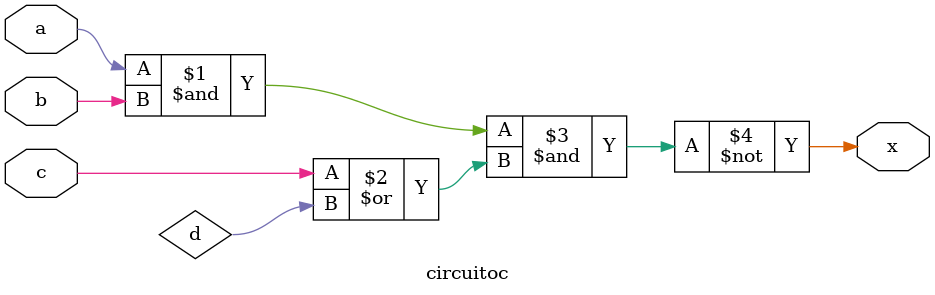
<source format=sv>
module circuitoc(
    //definindo as entradas
    input logic a, 
    input logic b, 
    input logic c, 
    //definindo a saída 
    output logic x 
);
    //definindo a saída x 
    assign x = ~((a & b) & (c | d));

endmodule
</source>
